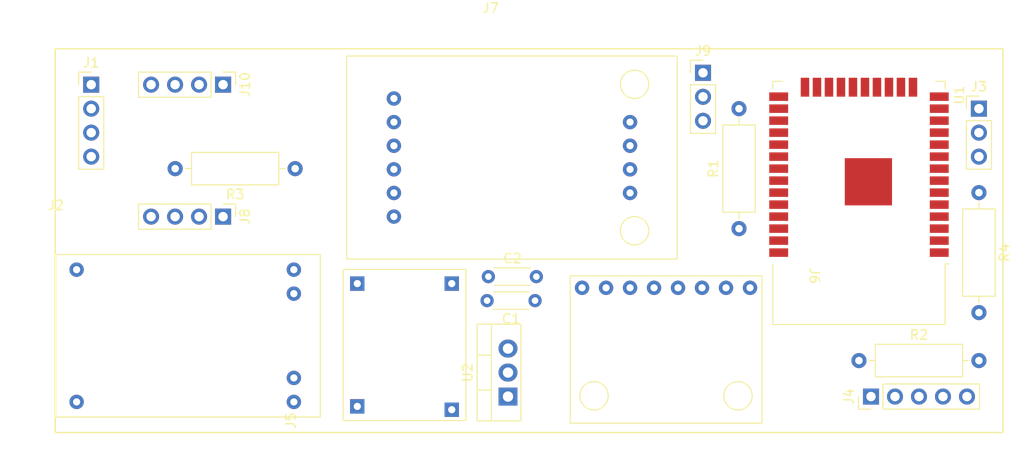
<source format=kicad_pcb>
(kicad_pcb (version 20211014) (generator pcbnew)
  (layers (0 "F.Cu" signal) (31 "B.Cu" signal) (34 "B.Paste" user) (35 "F.Paste" user) (36 "B.SilkS" user "B.Silkscreen") (37 "F.SilkS" user "F.Silkscreen") (38 "B.Mask" user) (39 "F.Mask" user) (44 "Edge.Cuts" user))
  (net 0 "")
  (net 1 "Battery(-)")
  (net 2 "US_ECHO")
  (net 3 "VEL_PULSE")
  (net 4 "Net-(J8-Pad3)")
  (net 5 "Net-(J9-Pad2)")
  (net 6 "3.3Reg")
  (net 10 "Net-(J3-Pad3)")
  (net 11 "Net-(J3-Pad1)")
  (net 12 "Net-(J3-Pad2)")
  (net 22 "MPU_SCL")
  (net 23 "MPU_SDA")
  (net 26 "US_TRIGGER")
  (net 31 "LC_SCK")
  (net 32 "LC_DT")
  (net 35 "Net-(J4-Pad2)")
  (net 36 "Net-(J4-Pad3)")
  (net 39 "Boost5V")
  (net 40 "LC_E+")
  (net 41 "LC_E-")
  (net 42 "LC_A+")
  (net 43 "LC_A-")
  (net 44 "4056OUT+")
  (net 45 "USB+")
  (net 46 "Battery(+)")
  (footprint "Connector_PinHeader_2.54mm:PinHeader_1x04_P2.54mm_Vertical" (layer "F.Cu") (at 68.57 118.11 -90)
    (fp_text reference "J10" (at 0 -2.33 90) (layer "F.SilkS"))
    (fp_text value "LOADCELL")
    (fp_line (start 1.33 1.27) (end 1.33 8.95) (layer "F.SilkS") (width 0.12))
    (fp_line (start -1.33 1.27) (end 1.33 1.27) (layer "F.SilkS") (width 0.12))
    (fp_line (start -1.33 1.27) (end -1.33 8.95) (layer "F.SilkS") (width 0.12))
    (fp_line (start -1.33 -1.33) (end 0 -1.33) (layer "F.SilkS") (width 0.12))
    (fp_line (start -1.33 8.95) (end 1.33 8.95) (layer "F.SilkS") (width 0.12))
    (fp_line (start -1.33 0) (end -1.33 -1.33) (layer "F.SilkS") (width 0.12))
    (pad "1" thru_hole rect (at 0 0 270) (size 1.7 1.7) (drill 1) (layers *.Cu *.Mask) (net 40 "LC_E+"))
    (pad "2" thru_hole oval (at 0 2.54 270) (size 1.7 1.7) (drill 1) (layers *.Cu *.Mask) (net 41 "LC_E-"))
    (pad "3" thru_hole oval (at 0 5.08 270) (size 1.7 1.7) (drill 1) (layers *.Cu *.Mask) (net 42 "LC_A+"))
    (pad "4" thru_hole oval (at 0 7.62 270) (size 1.7 1.7) (drill 1) (layers *.Cu *.Mask) (net 43 "LC_A-"))
  )
  (footprint "Connector_PinHeader_2.54mm:PinHeader_1x04_P2.54mm_Vertical" (layer "F.Cu") (at 68.57 132.08 -90)
    (fp_text reference "J8" (at 0 -2.33 90) (layer "F.SilkS"))
    (fp_text value "HC-SR04")
    (fp_line (start -1.33 1.27) (end -1.33 8.95) (layer "F.SilkS") (width 0.12))
    (fp_line (start 1.33 1.27) (end 1.33 8.95) (layer "F.SilkS") (width 0.12))
    (fp_line (start -1.33 8.95) (end 1.33 8.95) (layer "F.SilkS") (width 0.12))
    (fp_line (start -1.33 0) (end -1.33 -1.33) (layer "F.SilkS") (width 0.12))
    (fp_line (start -1.33 1.27) (end 1.33 1.27) (layer "F.SilkS") (width 0.12))
    (fp_line (start -1.33 -1.33) (end 0 -1.33) (layer "F.SilkS") (width 0.12))
    (pad "1" thru_hole rect (at 0 0 270) (size 1.7 1.7) (drill 1) (layers *.Cu *.Mask) (net 39 "Boost5V"))
    (pad "2" thru_hole oval (at 0 2.54 270) (size 1.7 1.7) (drill 1) (layers *.Cu *.Mask) (net 26 "US_TRIGGER"))
    (pad "3" thru_hole oval (at 0 5.08 270) (size 1.7 1.7) (drill 1) (layers *.Cu *.Mask) (net 4 "Net-(J8-Pad3)"))
    (pad "4" thru_hole oval (at 0 7.62 270) (size 1.7 1.7) (drill 1) (layers *.Cu *.Mask) (net 1 "Battery(-)"))
  )
  (footprint "Connector_PinHeader_2.54mm:PinHeader_1x05_P2.54mm_Vertical" (layer "F.Cu") (at 137.165 151.13 90)
    (fp_text reference "J4" (at 0 -2.33 90) (layer "F.SilkS"))
    (fp_text value "UART2TTL Bridge")
    (fp_line (start -1.33 -1.33) (end 0 -1.33) (layer "F.SilkS") (width 0.12))
    (fp_line (start -1.33 1.27) (end 1.33 1.27) (layer "F.SilkS") (width 0.12))
    (fp_line (start -1.33 0) (end -1.33 -1.33) (layer "F.SilkS") (width 0.12))
    (fp_line (start 1.33 1.27) (end 1.33 11.49) (layer "F.SilkS") (width 0.12))
    (fp_line (start -1.33 11.49) (end 1.33 11.49) (layer "F.SilkS") (width 0.12))
    (fp_line (start -1.33 1.27) (end -1.33 11.49) (layer "F.SilkS") (width 0.12))
    (pad "1" thru_hole rect (at 0 0 90) (size 1.7 1.7) (drill 1) (layers *.Cu *.Mask) (net 1 "Battery(-)"))
    (pad "2" thru_hole oval (at 0 2.54 90) (size 1.7 1.7) (drill 1) (layers *.Cu *.Mask) (net 35 "Net-(J4-Pad2)"))
    (pad "3" thru_hole oval (at 0 5.08 90) (size 1.7 1.7) (drill 1) (layers *.Cu *.Mask) (net 36 "Net-(J4-Pad3)"))
    (pad "4" thru_hole oval (at 0 7.62 90) (size 1.7 1.7) (drill 1) (layers *.Cu *.Mask) (net 39 "Boost5V"))
    (pad "5" thru_hole oval (at 0 10.16 90) (size 1.7 1.7) (drill 1) (layers *.Cu *.Mask) (net 6 "3.3Reg"))
  )
  (footprint "Resistor_THT:R_Axial_DIN0309_L9.0mm_D3.2mm_P12.70mm_Horizontal" (layer "F.Cu") (at 135.89 147.32)
    (fp_text reference "R2" (at 6.35 -2.72) (layer "F.SilkS"))
    (fp_text value "1k")
    (fp_line (start 1.04 0) (end 1.73 0) (layer "F.SilkS") (width 0.12))
    (fp_line (start 10.97 1.72) (end 10.97 -1.72) (layer "F.SilkS") (width 0.12))
    (fp_line (start 1.73 -1.72) (end 1.73 1.72) (layer "F.SilkS") (width 0.12))
    (fp_line (start 10.97 -1.72) (end 1.73 -1.72) (layer "F.SilkS") (width 0.12))
    (fp_line (start 1.73 1.72) (end 10.97 1.72) (layer "F.SilkS") (width 0.12))
    (fp_line (start 11.66 0) (end 10.97 0) (layer "F.SilkS") (width 0.12))
    (pad "1" thru_hole circle (at 0 0) (size 1.6 1.6) (drill 0.8) (layers *.Cu *.Mask) (net 1 "Battery(-)"))
    (pad "2" thru_hole oval (at 12.7 0) (size 1.6 1.6) (drill 0.8) (layers *.Cu *.Mask) (net 3 "VEL_PULSE"))
  )
  (footprint "Resistor_THT:R_Axial_DIN0204_L3.6mm_D1.6mm_P5.08mm_Horizontal" (layer "F.Cu") (at 96.657349 138.43)
    (fp_text reference "C2" (at 2.54 -1.92) (layer "F.SilkS"))
    (fp_text value "CP1_Small")
    (fp_line (start 0.62 -0.92) (end 4.46 -0.92) (layer "F.SilkS") (width 0.12))
    (fp_line (start 0.62 0.92) (end 4.46 0.92) (layer "F.SilkS") (width 0.12))
    (pad "1" thru_hole circle (at 0 0) (size 1.4 1.4) (drill 0.7) (layers *.Cu *.Mask) (net 6 "3.3Reg"))
    (pad "2" thru_hole oval (at 5.08 0) (size 1.4 1.4) (drill 0.7) (layers *.Cu *.Mask) (net 1 "Battery(-)"))
  )
  (footprint "Miscelaneos:MPU 6050 Module" (layer "F.Cu") (at 125.625 138.345 -90)
    (fp_text reference "J6" (at 0 -5.54 -90 unlocked) (layer "F.SilkS"))
    (fp_text value "MPU6050")
    (fp_rect (start 0 0) (end 15.6 20.3) (layer "F.SilkS") (width 0.12) (fill none))
    (fp_circle (center 12.7 17.78) (end 14.2 17.78) (layer "F.SilkS") (width 0.12) (fill none))
    (fp_circle (center 12.7 2.54) (end 14.2 2.54) (layer "F.SilkS") (width 0.12) (fill none))
    (pad "1" thru_hole circle (at 1.27 1.27 270) (size 1.524 1.524) (drill 0.762) (layers *.Cu *.Mask) (net 6 "3.3Reg"))
    (pad "2" thru_hole circle (at 1.27 3.81 270) (size 1.524 1.524) (drill 0.762) (layers *.Cu *.Mask) (net 23 "MPU_SDA"))
    (pad "3" thru_hole circle (at 1.27 6.35 270) (size 1.524 1.524) (drill 0.762) (layers *.Cu *.Mask) (net 22 "MPU_SCL"))
    (pad "4" thru_hole circle (at 1.27 8.89 270) (size 1.524 1.524) (drill 0.762) (layers *.Cu *.Mask) (net 1 "Battery(-)"))
    (pad "5" thru_hole circle (at 1.27 11.43 270) (size 1.524 1.524) (drill 0.762) (layers *.Cu *.Mask))
    (pad "6" thru_hole circle (at 1.27 13.97 270) (size 1.524 1.524) (drill 0.762) (layers *.Cu *.Mask))
    (pad "7" thru_hole circle (at 1.27 16.51 270) (size 1.524 1.524) (drill 0.762) (layers *.Cu *.Mask))
    (pad "8" thru_hole circle (at 1.27 19.05 270) (size 1.524 1.524) (drill 0.762) (layers *.Cu *.Mask))
  )
  (footprint "Resistor_THT:R_Axial_DIN0309_L9.0mm_D3.2mm_P12.70mm_Horizontal" (layer "F.Cu") (at 148.59 129.54 -90)
    (fp_text reference "R4" (at 6.35 -2.72 90) (layer "F.SilkS"))
    (fp_text value "330")
    (fp_line (start 1.04 0) (end 1.73 0) (layer "F.SilkS") (width 0.12))
    (fp_line (start 10.97 -1.72) (end 1.73 -1.72) (layer "F.SilkS") (width 0.12))
    (fp_line (start 10.97 1.72) (end 10.97 -1.72) (layer "F.SilkS") (width 0.12))
    (fp_line (start 1.73 -1.72) (end 1.73 1.72) (layer "F.SilkS") (width 0.12))
    (fp_line (start 1.73 1.72) (end 10.97 1.72) (layer "F.SilkS") (width 0.12))
    (fp_line (start 11.66 0) (end 10.97 0) (layer "F.SilkS") (width 0.12))
    (pad "1" thru_hole circle (at 0 0 270) (size 1.6 1.6) (drill 0.8) (layers *.Cu *.Mask) (net 3 "VEL_PULSE"))
    (pad "2" thru_hole oval (at 12.7 0 270) (size 1.6 1.6) (drill 0.8) (layers *.Cu *.Mask) (net 5 "Net-(J9-Pad2)"))
  )
  (footprint "Connector_PinHeader_2.54mm:PinHeader_1x04_P2.54mm_Vertical" (layer "F.Cu") (at 54.61 118.11)
    (fp_text reference "J1" (at 0 -2.33) (layer "F.SilkS"))
    (fp_text value "Battery Pins")
    (fp_line (start -1.33 0) (end -1.33 -1.33) (layer "F.SilkS") (width 0.12))
    (fp_line (start 1.33 1.27) (end 1.33 8.95) (layer "F.SilkS") (width 0.12))
    (fp_line (start -1.33 -1.33) (end 0 -1.33) (layer "F.SilkS") (width 0.12))
    (fp_line (start -1.33 1.27) (end 1.33 1.27) (layer "F.SilkS") (width 0.12))
    (fp_line (start -1.33 8.95) (end 1.33 8.95) (layer "F.SilkS") (width 0.12))
    (fp_line (start -1.33 1.27) (end -1.33 8.95) (layer "F.SilkS") (width 0.12))
    (pad "1" thru_hole rect (at 0 0) (size 1.7 1.7) (drill 1) (layers *.Cu *.Mask) (net 46 "Battery(+)"))
    (pad "2" thru_hole oval (at 0 2.54) (size 1.7 1.7) (drill 1) (layers *.Cu *.Mask) (net 46 "Battery(+)"))
    (pad "3" thru_hole oval (at 0 5.08) (size 1.7 1.7) (drill 1) (layers *.Cu *.Mask) (net 1 "Battery(-)"))
    (pad "4" thru_hole oval (at 0 7.62) (size 1.7 1.7) (drill 1) (layers *.Cu *.Mask) (net 1 "Battery(-)"))
  )
  (footprint "Resistor_THT:R_Axial_DIN0204_L3.6mm_D1.6mm_P5.08mm_Horizontal" (layer "F.Cu") (at 101.6 140.97 180)
    (fp_text reference "C1" (at 2.54 -1.92 180) (layer "F.SilkS"))
    (fp_text value "CP1_Small")
    (fp_line (start 0.62 -0.92) (end 4.46 -0.92) (layer "F.SilkS") (width 0.12))
    (fp_line (start 0.62 0.92) (end 4.46 0.92) (layer "F.SilkS") (width 0.12))
    (pad "1" thru_hole circle (at 0 0 180) (size 1.4 1.4) (drill 0.7) (layers *.Cu *.Mask) (net 39 "Boost5V"))
    (pad "2" thru_hole oval (at 5.08 0 180) (size 1.4 1.4) (drill 0.7) (layers *.Cu *.Mask) (net 1 "Battery(-)"))
  )
  (footprint "RF_Module:ESP32-WROOM-32" (layer "F.Cu") (at 135.89 127.635 180)
    (fp_text reference "U1" (at -10.61 8.43 90) (layer "F.SilkS"))
    (fp_text value "ESP32-WROOM-32")
    (fp_line (start 9.12 9.1) (end 9.12 9.88) (layer "F.SilkS") (width 0.12))
    (fp_line (start 9.12 -15.865) (end 9.12 -9.445) (layer "F.SilkS") (width 0.12))
    (fp_line (start -9.12 -15.865) (end -9.12 -9.445) (layer "F.SilkS") (width 0.12))
    (fp_line (start -9.12 9.1) (end -9.12 9.88) (layer "F.SilkS") (width 0.12))
    (fp_line (start -9.12 -15.865) (end 9.12 -15.865) (layer "F.SilkS") (width 0.12))
    (fp_line (start -9.12 9.88) (end -8.12 9.88) (layer "F.SilkS") (width 0.12))
    (fp_line (start -9.12 -9.445) (end -9.5 -9.445) (layer "F.SilkS") (width 0.12))
    (fp_line (start 9.12 9.88) (end 8.12 9.88) (layer "F.SilkS") (width 0.12))
    (pad "1" smd rect (at -8.5 -8.255 180) (size 2 0.9) (layers "F.Cu" "F.Paste" "F.Mask") (net 1 "Battery(-)"))
    (pad "2" smd rect (at -8.5 -6.985 180) (size 2 0.9) (layers "F.Cu" "F.Paste" "F.Mask") (net 6 "3.3Reg"))
    (pad "3" smd rect (at -8.5 -5.715 180) (size 2 0.9) (layers "F.Cu" "F.Paste" "F.Mask"))
    (pad "4" smd rect (at -8.5 -4.445 180) (size 2 0.9) (layers "F.Cu" "F.Paste" "F.Mask"))
    (pad "5" smd rect (at -8.5 -3.175 180) (size 2 0.9) (layers "F.Cu" "F.Paste" "F.Mask"))
    (pad "6" smd rect (at -8.5 -1.905 180) (size 2 0.9) (layers "F.Cu" "F.Paste" "F.Mask") (net 10 "Net-(J3-Pad3)"))
    (pad "7" smd rect (at -8.5 -0.635 180) (size 2 0.9) (layers "F.Cu" "F.Paste" "F.Mask") (net 3 "VEL_PULSE"))
    (pad "8" smd rect (at -8.5 0.635 180) (size 2 0.9) (layers "F.Cu" "F.Paste" "F.Mask") (net 11 "Net-(J3-Pad1)"))
    (pad "9" smd rect (at -8.5 1.905 180) (size 2 0.9) (layers "F.Cu" "F.Paste" "F.Mask") (net 12 "Net-(J3-Pad2)"))
    (pad "10" smd rect (at -8.5 3.175 180) (size 2 0.9) (layers "F.Cu" "F.Paste" "F.Mask"))
    (pad "11" smd rect (at -8.5 4.445 180) (size 2 0.9) (layers "F.Cu" "F.Paste" "F.Mask"))
    (pad "12" smd rect (at -8.5 5.715 180) (size 2 0.9) (layers "F.Cu" "F.Paste" "F.Mask"))
    (pad "13" smd rect (at -8.5 6.985 180) (size 2 0.9) (layers "F.Cu" "F.Paste" "F.Mask"))
    (pad "14" smd rect (at -8.5 8.255 180) (size 2 0.9) (layers "F.Cu" "F.Paste" "F.Mask"))
    (pad "15" smd rect (at -5.715 9.255 270) (size 2 0.9) (layers "F.Cu" "F.Paste" "F.Mask") (net 1 "Battery(-)"))
    (pad "16" smd rect (at -4.445 9.255 270) (size 2 0.9) (layers "F.Cu" "F.Paste" "F.Mask"))
    (pad "17" smd rect (at -3.175 9.255 270) (size 2 0.9) (layers "F.Cu" "F.Paste" "F.Mask"))
    (pad "18" smd rect (at -1.905 9.255 270) (size 2 0.9) (layers "F.Cu" "F.Paste" "F.Mask"))
    (pad "19" smd rect (at -0.635 9.255 270) (size 2 0.9) (layers "F.Cu" "F.Paste" "F.Mask"))
    (pad "20" smd rect (at 0.635 9.255 270) (size 2 0.9) (layers "F.Cu" "F.Paste" "F.Mask") (net 22 "MPU_SCL"))
    (pad "21" smd rect (at 1.905 9.255 270) (size 2 0.9) (layers "F.Cu" "F.Paste" "F.Mask") (net 23 "MPU_SDA"))
    (pad "22" smd rect (at 3.175 9.255 270) (size 2 0.9) (layers "F.Cu" "F.Paste" "F.Mask"))
    (pad "23" smd rect (at 4.445 9.255 270) (size 2 0.9) (layers "F.Cu" "F.Paste" "F.Mask"))
    (pad "24" smd rect (at 5.715 9.255 270) (size 2 0.9) (layers "F.Cu" "F.Paste" "F.Mask") (net 26 "US_TRIGGER"))
    (pad "25" smd rect (at 8.5 8.255 180) (size 2 0.9) (layers "F.Cu" "F.Paste" "F.Mask"))
    (pad "26" smd rect (at 8.5 6.985 180) (size 2 0.9) (layers "F.Cu" "F.Paste" "F.Mask") (net 2 "US_ECHO"))
    (pad "27" smd rect (at 8.5 5.715 180) (size 2 0.9) (layers "F.Cu" "F.Paste" "F.Mask"))
    (pad "28" smd rect (at 8.5 4.445 180) (size 2 0.9) (layers "F.Cu" "F.Paste" "F.Mask"))
    (pad "29" smd rect (at 8.5 3.175 180) (size 2 0.9) (layers "F.Cu" "F.Paste" "F.Mask"))
    (pad "30" smd rect (at 8.5 1.905 180) (size 2 0.9) (layers "F.Cu" "F.Paste" "F.Mask") (net 31 "LC_SCK"))
    (pad "31" smd rect (at 8.5 0.635 180) (size 2 0.9) (layers "F.Cu" "F.Paste" "F.Mask") (net 32 "LC_DT"))
    (pad "32" smd rect (at 8.5 -0.635 180) (size 2 0.9) (layers "F.Cu" "F.Paste" "F.Mask"))
    (pad "33" smd rect (at 8.5 -1.905 180) (size 2 0.9) (layers "F.Cu" "F.Paste" "F.Mask"))
    (pad "34" smd rect (at 8.5 -3.175 180) (size 2 0.9) (layers "F.Cu" "F.Paste" "F.Mask") (net 35 "Net-(J4-Pad2)"))
    (pad "35" smd rect (at 8.5 -4.445 180) (size 2 0.9) (layers "F.Cu" "F.Paste" "F.Mask") (net 36 "Net-(J4-Pad3)"))
    (pad "36" smd rect (at 8.5 -5.715 180) (size 2 0.9) (layers "F.Cu" "F.Paste" "F.Mask"))
    (pad "37" smd rect (at 8.5 -6.985 180) (size 2 0.9) (layers "F.Cu" "F.Paste" "F.Mask"))
    (pad "38" smd rect (at 8.5 -8.255 180) (size 2 0.9) (layers "F.Cu" "F.Paste" "F.Mask") (net 1 "Battery(-)"))
    (pad "39" smd rect (at -1 -0.755 180) (size 5 5) (layers "F.Cu" "F.Paste" "F.Mask") (net 1 "Battery(-)"))
  )
  (footprint "Miscelaneos:HX711 Loadcell ADC" (layer "F.Cu") (at 81.655 115.075)
    (fp_text reference "J7" (at 15.24 -5.08 unlocked) (layer "F.SilkS"))
    (fp_text value "HX711")
    (fp_rect (start 0 0) (end 35 21.5) (layer "F.SilkS") (width 0.12) (fill none))
    (fp_circle (center 30.48 3) (end 31.98 3) (layer "F.SilkS") (width 0.12) (fill none))
    (fp_circle (center 30.48 18.5) (end 31.98 18.5) (layer "F.SilkS") (width 0.12) (fill none))
    (pad "1" thru_hole circle (at 5 4.5) (size 1.524 1.524) (drill 0.762) (layers *.Cu *.Mask) (net 40 "LC_E+"))
    (pad "2" thru_hole circle (at 5 7) (size 1.524 1.524) (drill 0.762) (layers *.Cu *.Mask) (net 41 "LC_E-"))
    (pad "3" thru_hole circle (at 5 9.5) (size 1.524 1.524) (drill 0.762) (layers *.Cu *.Mask) (net 42 "LC_A+"))
    (pad "4" thru_hole circle (at 5 12) (size 1.524 1.524) (drill 0.762) (layers *.Cu *.Mask) (net 43 "LC_A-"))
    (pad "5" thru_hole circle (at 5 14.5) (size 1.524 1.524) (drill 0.762) (layers *.Cu *.Mask) (net 6 "3.3Reg"))
    (pad "6" thru_hole circle (at 5 17) (size 1.524 1.524) (drill 0.762) (layers *.Cu *.Mask) (net 1 "Battery(-)"))
    (pad "7" thru_hole circle (at 30 7) (size 1.524 1.524) (drill 0.762) (layers *.Cu *.Mask) (net 31 "LC_SCK"))
    (pad "8" thru_hole circle (at 30 9.5) (size 1.524 1.524) (drill 0.762) (layers *.Cu *.Mask) (net 32 "LC_DT"))
    (pad "9" thru_hole circle (at 30 12) (size 1.524 1.524) (drill 0.762) (layers *.Cu *.Mask))
    (pad "10" thru_hole circle (at 30 14.5) (size 1.524 1.524) (drill 0.762) (layers *.Cu *.Mask))
  )
  (footprint "Miscelaneos:5-12V BoostConverter" (layer "F.Cu") (at 81.28 153.67 90)
    (fp_text reference "J5" (at 0 -5.54 90 unlocked) (layer "F.SilkS"))
    (fp_text value "BoostConverter")
    (fp_rect (start 0 0) (end 16 13) (layer "F.SilkS") (width 0.12) (fill none))
    (pad "1" thru_hole rect (at 1.5 1.5 90) (size 1.524 1.524) (drill 0.762) (layers *.Cu *.Mask) (net 44 "4056OUT+"))
    (pad "2" thru_hole rect (at 14.5 1.5 90) (size 1.524 1.524) (drill 0.762) (layers *.Cu *.Mask) (net 1 "Battery(-)"))
    (pad "3" thru_hole rect (at 14.5 11.5 90) (size 1.524 1.524) (drill 0.762) (layers *.Cu *.Mask) (net 39 "Boost5V"))
    (pad "4" thru_hole rect (at 1.15 11.5 90) (size 1.524 1.524) (drill 0.762) (layers *.Cu *.Mask) (net 1 "Battery(-)"))
  )
  (footprint "Miscelaneos:18650 TP4056 Module" (layer "F.Cu") (at 50.865 131.375)
    (fp_text reference "J2" (at 0 -0.5 unlocked) (layer "F.SilkS"))
    (fp_text value "TP4056 Module")
    (fp_rect (start 0 21.92) (end 28 4.72) (layer "F.SilkS") (width 0.12) (fill none))
    (pad "2" thru_hole circle (at 2.2 6.32) (size 1.524 1.524) (drill 0.762) (layers *.Cu *.Mask) (net 1 "Battery(-)"))
    (pad "3" thru_hole circle (at 2.2 20.32) (size 1.524 1.524) (drill 0.762) (layers *.Cu *.Mask) (net 44 "4056OUT+"))
    (pad "4" thru_hole circle (at 25.2 6.32) (size 1.524 1.524) (drill 0.762) (layers *.Cu *.Mask) (net 45 "USB+"))
    (pad "5" thru_hole circle (at 25.2 8.86) (size 1.524 1.524) (drill 0.762) (layers *.Cu *.Mask) (net 1 "Battery(-)"))
    (pad "6" thru_hole circle (at 25.2 17.78) (size 1.524 1.524) (drill 0.762) (layers *.Cu *.Mask) (net 1 "Battery(-)"))
    (pad "7" thru_hole circle (at 25.2 20.32) (size 1.524 1.524) (drill 0.762) (layers *.Cu *.Mask))
  )
  (footprint "Package_TO_SOT_THT:TO-220-3_Vertical" (layer "F.Cu") (at 98.735 151.13 90)
    (fp_text reference "U2" (at 2.54 -4.27 90) (layer "F.SilkS"))
    (fp_text value "LM1117-3.3")
    (fp_line (start -2.58 -3.27) (end -2.58 1.371) (layer "F.SilkS") (width 0.12))
    (fp_line (start 7.66 -3.27) (end 7.66 1.371) (layer "F.SilkS") (width 0.12))
    (fp_line (start 0.69 -3.27) (end 0.69 -1.76) (layer "F.SilkS") (width 0.12))
    (fp_line (start -2.58 -3.27) (end 7.66 -3.27) (layer "F.SilkS") (width 0.12))
    (fp_line (start 4.391 -3.27) (end 4.391 -1.76) (layer "F.SilkS") (width 0.12))
    (fp_line (start -2.58 1.371) (end 7.66 1.371) (layer "F.SilkS") (width 0.12))
    (fp_line (start -2.58 -1.76) (end 7.66 -1.76) (layer "F.SilkS") (width 0.12))
    (pad "1" thru_hole rect (at 0 0 90) (size 1.905 2) (drill 1.1) (layers *.Cu *.Mask) (net 1 "Battery(-)"))
    (pad "2" thru_hole oval (at 2.54 0 90) (size 1.905 2) (drill 1.1) (layers *.Cu *.Mask) (net 6 "3.3Reg"))
    (pad "3" thru_hole oval (at 5.08 0 90) (size 1.905 2) (drill 1.1) (layers *.Cu *.Mask) (net 39 "Boost5V"))
  )
  (footprint "Connector_PinHeader_2.54mm:PinHeader_1x03_P2.54mm_Vertical" (layer "F.Cu") (at 148.59 120.65)
    (fp_text reference "J3" (at 0 -2.33) (layer "F.SilkS"))
    (fp_text value "Reserve IO's")
    (fp_line (start -1.33 0) (end -1.33 -1.33) (layer "F.SilkS") (width 0.12))
    (fp_line (start -1.33 6.41) (end 1.33 6.41) (layer "F.SilkS") (width 0.12))
    (fp_line (start -1.33 -1.33) (end 0 -1.33) (layer "F.SilkS") (width 0.12))
    (fp_line (start 1.33 1.27) (end 1.33 6.41) (layer "F.SilkS") (width 0.12))
    (fp_line (start -1.33 1.27) (end -1.33 6.41) (layer "F.SilkS") (width 0.12))
    (fp_line (start -1.33 1.27) (end 1.33 1.27) (layer "F.SilkS") (width 0.12))
    (pad "1" thru_hole rect (at 0 0) (size 1.7 1.7) (drill 1) (layers *.Cu *.Mask) (net 11 "Net-(J3-Pad1)"))
    (pad "2" thru_hole oval (at 0 2.54) (size 1.7 1.7) (drill 1) (layers *.Cu *.Mask) (net 12 "Net-(J3-Pad2)"))
    (pad "3" thru_hole oval (at 0 5.08) (size 1.7 1.7) (drill 1) (layers *.Cu *.Mask) (net 10 "Net-(J3-Pad3)"))
  )
  (footprint "Resistor_THT:R_Axial_DIN0309_L9.0mm_D3.2mm_P12.70mm_Horizontal" (layer "F.Cu") (at 123.19 133.35 90)
    (fp_text reference "R1" (at 6.35 -2.72 90) (layer "F.SilkS"))
    (fp_text value "1k")
    (fp_line (start 10.97 1.72) (end 10.97 -1.72) (layer "F.SilkS") (width 0.12))
    (fp_line (start 10.97 -1.72) (end 1.73 -1.72) (layer "F.SilkS") (width 0.12))
    (fp_line (start 11.66 0) (end 10.97 0) (layer "F.SilkS") (width 0.12))
    (fp_line (start 1.04 0) (end 1.73 0) (layer "F.SilkS") (width 0.12))
    (fp_line (start 1.73 1.72) (end 10.97 1.72) (layer "F.SilkS") (width 0.12))
    (fp_line (start 1.73 -1.72) (end 1.73 1.72) (layer "F.SilkS") (width 0.12))
    (pad "1" thru_hole circle (at 0 0 90) (size 1.6 1.6) (drill 0.8) (layers *.Cu *.Mask) (net 1 "Battery(-)"))
    (pad "2" thru_hole oval (at 12.7 0 90) (size 1.6 1.6) (drill 0.8) (layers *.Cu *.Mask) (net 2 "US_ECHO"))
  )
  (footprint "Connector_PinHeader_2.54mm:PinHeader_1x03_P2.54mm_Vertical" (layer "F.Cu") (at 119.38 116.855)
    (fp_text reference "J9" (at 0 -2.33) (layer "F.SilkS"))
    (fp_text value "FOTOELECTRIC_ENCODER")
    (fp_line (start -1.33 -1.33) (end 0 -1.33) (layer "F.SilkS") (width 0.12))
    (fp_line (start -1.33 1.27) (end 1.33 1.27) (layer "F.SilkS") (width 0.12))
    (fp_line (start 1.33 1.27) (end 1.33 6.41) (layer "F.SilkS") (width 0.12))
    (fp_line (start -1.33 0) (end -1.33 -1.33) (layer "F.SilkS") (width 0.12))
    (fp_line (start -1.33 6.41) (end 1.33 6.41) (layer "F.SilkS") (width 0.12))
    (fp_line (start -1.33 1.27) (end -1.33 6.41) (layer "F.SilkS") (width 0.12))
    (pad "1" thru_hole rect (at 0 0) (size 1.7 1.7) (drill 1) (layers *.Cu *.Mask) (net 39 "Boost5V"))
    (pad "2" thru_hole oval (at 0 2.54) (size 1.7 1.7) (drill 1) (layers *.Cu *.Mask) (net 5 "Net-(J9-Pad2)"))
    (pad "3" thru_hole oval (at 0 5.08) (size 1.7 1.7) (drill 1) (layers *.Cu *.Mask) (net 1 "Battery(-)"))
  )
  (footprint "Resistor_THT:R_Axial_DIN0309_L9.0mm_D3.2mm_P12.70mm_Horizontal" (layer "F.Cu") (at 76.2 127 180)
    (fp_text reference "R3" (at 6.35 -2.72) (layer "F.SilkS"))
    (fp_text value "330")
    (fp_line (start 1.04 0) (end 1.73 0) (layer "F.SilkS") (width 0.12))
    (fp_line (start 1.73 -1.72) (end 1.73 1.72) (layer "F.SilkS") (width 0.12))
    (fp_line (start 11.66 0) (end 10.97 0) (layer "F.SilkS") (width 0.12))
    (fp_line (start 10.97 1.72) (end 10.97 -1.72) (layer "F.SilkS") (width 0.12))
    (fp_line (start 10.97 -1.72) (end 1.73 -1.72) (layer "F.SilkS") (width 0.12))
    (fp_line (start 1.73 1.72) (end 10.97 1.72) (layer "F.SilkS") (width 0.12))
    (pad "1" thru_hole circle (at 0 0 180) (size 1.6 1.6) (drill 0.8) (layers *.Cu *.Mask) (net 2 "US_ECHO"))
    (pad "2" thru_hole oval (at 12.7 0 180) (size 1.6 1.6) (drill 0.8) (layers *.Cu *.Mask) (net 4 "Net-(J8-Pad3)"))
  )
  (gr_line (start 50.8 114.3) (end 151.13 114.3) (layer "F.SilkS") (width 0.15))
  (gr_line (start 50.8 154.94) (end 50.8 114.3) (layer "F.SilkS") (width 0.15))
  (gr_line (start 151.13 154.94) (end 50.8 154.94) (layer "F.SilkS") (width 0.15))
  (gr_line (start 151.13 114.3) (end 151.13 154.94) (layer "F.SilkS") (width 0.15))
)
</source>
